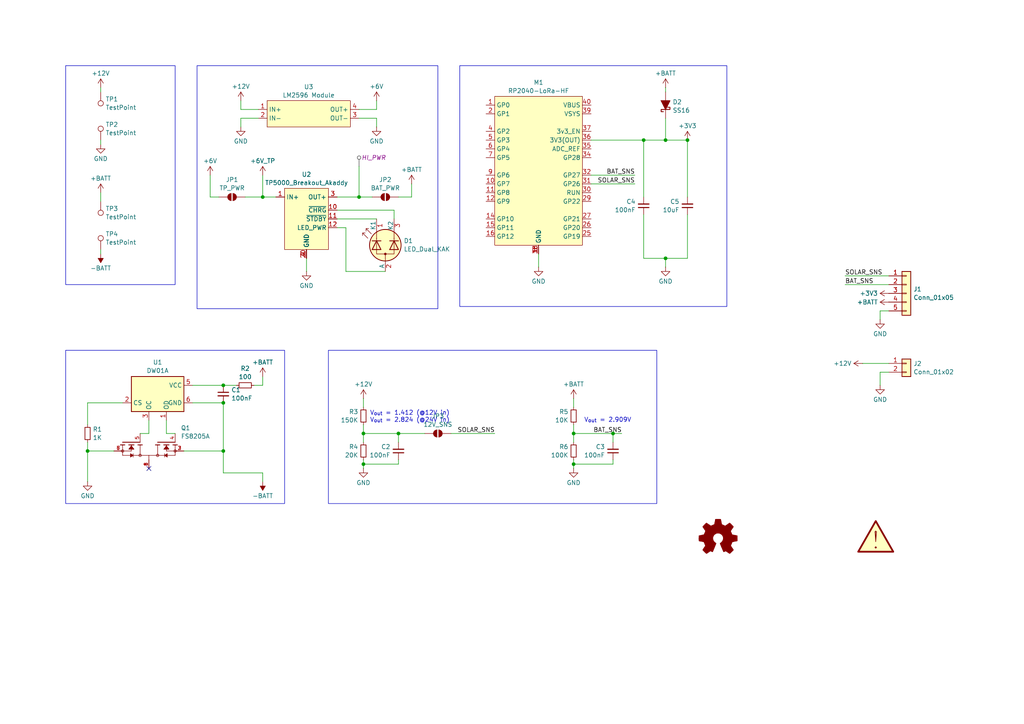
<source format=kicad_sch>
(kicad_sch (version 20231120) (generator "eeschema") (generator_version "8.0")
  (paper "A4")
  (lib_symbols
    (symbol "Ar_Modules:Module_LM2596"
      (property "Reference" "U" (at -10.16 5.08 0))
      (property "Value" "LM2596 Module" (at 5.08 -5.08 0))
      (symbol "Module_LM2596_0_0"
        (pin power_in line (at -13.97 1.27 0) (length 2.54) (name "IN+") (number "1"))
        (pin power_in line (at -13.97 -1.27 0) (length 2.54) (name "IN-") (number "2"))
        (pin power_out line (at 15.24 -1.27 180) (length 2.54) (name "OUT-") (number "3"))
        (pin power_out line (at 15.24 1.27 180) (length 2.54) (name "OUT+") (number "4"))
      )
      (symbol "Module_LM2596_1_1"
        (rectangle (start -11.43 3.81) (end 12.7 -3.81) (fill (type background)))
      )
    )
    (symbol "Battery_Management:DW01A"
      (property "Reference" "U" (at -6.604 6.35 0))
      (property "Value" "DW01A" (at 4.318 6.604 0))
      (symbol "DW01A_0_1"
        (pin output line (at -2.54 -7.62 90) (length 2.54) (name "OD") (number "1"))
        (pin input line (at 10.16 -2.54 180) (length 2.54) (name "CS") (number "2"))
        (pin output line (at 2.54 -7.62 90) (length 2.54) (name "OC") (number "3"))
        (pin power_in line (at -10.16 2.54 0) (length 2.54) (name "VCC") (number "5"))
        (pin power_in line (at -10.16 -2.54 0) (length 2.54) (name "GND") (number "6"))
      )
      (symbol "DW01A_1_1"
        (rectangle (start -7.62 5.08) (end 7.62 -5.08) (stroke (width 0.254)) (fill (type background)))
        (pin no_connect line (at 10.16 2.54 180) (length 2.54) hide (name "TD") (number "4"))
      )
    )
    (symbol "Connector:TestPoint" (pin_numbers hide) (pin_names (offset 0.762) hide)
      (property "Reference" "TP" (at 0 6.858 0))
      (property "Value" "TestPoint" (at 0 5.08 0))
      (symbol "TestPoint_0_1"
        (circle (center 0 3.302) (radius 0.762))
      )
      (symbol "TestPoint_1_1"
        (pin passive line (at 0 0 90) (length 2.54) (name "1") (number "1"))
      )
    )
    (symbol "Connector_Generic:Conn_01x02" (pin_names (offset 1.016) hide)
      (property "Reference" "J" (at 0 2.54 0))
      (property "Value" "Conn_01x02" (at 0 -5.08 0))
      (symbol "Conn_01x02_1_1"
        (rectangle (start -1.27 -2.413) (end 0 -2.667) (stroke (width 0.1524)))
        (rectangle (start -1.27 0.127) (end 0 -0.127) (stroke (width 0.1524)))
        (rectangle (start -1.27 1.27) (end 1.27 -3.81) (stroke (width 0.254)) (fill (type background)))
        (pin passive line (at -5.08 0 0) (length 3.81) (name "Pin_1") (number "1"))
        (pin passive line (at -5.08 -2.54 0) (length 3.81) (name "Pin_2") (number "2"))
      )
    )
    (symbol "Connector_Generic:Conn_01x05" (pin_names (offset 1.016) hide)
      (property "Reference" "J" (at 0 7.62 0))
      (property "Value" "Conn_01x05" (at 0 -7.62 0))
      (symbol "Conn_01x05_1_1"
        (rectangle (start -1.27 -4.953) (end 0 -5.207) (stroke (width 0.1524)))
        (rectangle (start -1.27 -2.413) (end 0 -2.667) (stroke (width 0.1524)))
        (rectangle (start -1.27 0.127) (end 0 -0.127) (stroke (width 0.1524)))
        (rectangle (start -1.27 2.667) (end 0 2.413) (stroke (width 0.1524)))
        (rectangle (start -1.27 5.207) (end 0 4.953) (stroke (width 0.1524)))
        (rectangle (start -1.27 6.35) (end 1.27 -6.35) (stroke (width 0.254)) (fill (type background)))
        (pin passive line (at -5.08 5.08 0) (length 3.81) (name "Pin_1") (number "1"))
        (pin passive line (at -5.08 2.54 0) (length 3.81) (name "Pin_2") (number "2"))
        (pin passive line (at -5.08 0 0) (length 3.81) (name "Pin_3") (number "3"))
        (pin passive line (at -5.08 -2.54 0) (length 3.81) (name "Pin_4") (number "4"))
        (pin passive line (at -5.08 -5.08 0) (length 3.81) (name "Pin_5") (number "5"))
      )
    )
    (symbol "Device:C_Small" (pin_numbers hide) (pin_names (offset 0.254) hide)
      (property "Reference" "C" (at 0.254 1.778 0))
      (property "Value" "C_Small" (at 0.254 -2.032 0))
      (symbol "C_Small_0_1"
        (polyline (pts (xy -1.524 -0.508) (xy 1.524 -0.508)) (stroke (width 0.3302)))
        (polyline (pts (xy -1.524 0.508) (xy 1.524 0.508)) (stroke (width 0.3048)))
      )
      (symbol "C_Small_1_1"
        (pin passive line (at 0 2.54 270) (length 2.032) (name "~") (number "1"))
        (pin passive line (at 0 -2.54 90) (length 2.032) (name "~") (number "2"))
      )
    )
    (symbol "Device:LED_Dual_KAK" (pin_names (offset 0))
      (property "Reference" "D" (at 0 5.715 0))
      (property "Value" "LED_Dual_KAK" (at 0 -6.35 0))
      (symbol "LED_Dual_KAK_0_1"
        (circle (center -2.54 0) (radius 0.2794) (fill (type outline)))
        (polyline (pts (xy -4.572 0) (xy -2.54 0)))
        (polyline (pts (xy 1.27 -1.27) (xy 1.27 -3.81)) (stroke (width 0.254)))
        (polyline (pts (xy 1.27 3.81) (xy 1.27 1.27)) (stroke (width 0.254)))
        (polyline (pts (xy 3.81 -2.54) (xy 1.905 -2.54)))
        (polyline (pts (xy 3.81 2.54) (xy 1.905 2.54)))
        (polyline (pts (xy -1.27 -1.27) (xy -1.27 -3.81) (xy 1.27 -2.54) (xy -1.27 -1.27)) (stroke (width 0.254)))
        (polyline (pts (xy -1.27 3.81) (xy -1.27 1.27) (xy 1.27 2.54) (xy -1.27 3.81)) (stroke (width 0.254)))
        (polyline (pts (xy 2.032 2.54) (xy -2.54 2.54) (xy -2.54 -2.54) (xy 2.032 -2.54)))
        (polyline (pts (xy 2.032 5.08) (xy 3.556 6.604) (xy 2.794 6.604) (xy 3.556 6.604) (xy 3.556 5.842)))
        (polyline (pts (xy 3.302 4.064) (xy 4.826 5.588) (xy 4.064 5.588) (xy 4.826 5.588) (xy 4.826 4.826)))
        (circle (center 0 0) (radius 4.572) (stroke (width 0.254)) (fill (type background)))
      )
      (symbol "LED_Dual_KAK_1_1"
        (pin input line (at 7.62 2.54 180) (length 3.81) (name "K1") (number "1"))
        (pin input line (at -7.62 0 0) (length 3.048) (name "A") (number "2"))
        (pin input line (at 7.62 -2.54 180) (length 3.81) (name "K2") (number "3"))
      )
    )
    (symbol "Device:R_Small" (pin_numbers hide) (pin_names (offset 0.254) hide)
      (property "Reference" "R" (at 0.762 0.508 0))
      (property "Value" "R_Small" (at 0.762 -1.016 0))
      (symbol "R_Small_0_1"
        (rectangle (start -0.762 1.778) (end 0.762 -1.778) (stroke (width 0.2032)))
      )
      (symbol "R_Small_1_1"
        (pin passive line (at 0 2.54 270) (length 0.762) (name "~") (number "1"))
        (pin passive line (at 0 -2.54 90) (length 0.762) (name "~") (number "2"))
      )
    )
    (symbol "Graphic:Exclaimation" (on_board no)
      (symbol "Exclaimation_0_1"
        (polyline (pts (xy -5.08 -5.08) (xy 5.08 -5.08) (xy 0 3.81) (xy -5.08 -5.08)) (stroke (width 0.508)) (fill (type background)))
      )
      (symbol "Exclaimation_1_1"
        (text "!" (at 0 -1.778 0) (effects (font (size 5 5))))
      )
    )
    (symbol "Graphic:Logo_Open_Hardware_Small" (in_bom no) (on_board no)
      (symbol "Logo_Open_Hardware_Small_0_1"
        (polyline (pts (xy 3.3528 -4.3434) (xy 3.302 -4.318) (xy 3.175 -4.2418) (xy 2.9972 -4.1148) (xy 2.7686 -3.9624) (xy 2.54 -3.81) (xy 2.3622 -3.7084) (xy 2.2352 -3.6068) (xy 2.1844 -3.5814) (xy 2.159 -3.6068) (xy 2.0574 -3.6576) (xy 1.905 -3.7338) (xy 1.8034 -3.7846) (xy 1.6764 -3.8354) (xy 1.6002 -3.8354) (xy 1.6002 -3.8354) (xy 1.5494 -3.7338) (xy 1.4732 -3.5306) (xy 1.3462 -3.302) (xy 1.2446 -3.0226) (xy 1.1176 -2.7178) (xy 0.9652 -2.413) (xy 0.8636 -2.1082) (xy 0.7366 -1.8288) (xy 0.6604 -1.6256) (xy 0.6096 -1.4732) (xy 0.5842 -1.397) (xy 0.5842 -1.397) (xy 0.6604 -1.3208) (xy 0.7874 -1.2446) (xy 1.0414 -1.016) (xy 1.2954 -0.6858) (xy 1.4478 -0.3302) (xy 1.524 0.0762) (xy 1.4732 0.4572) (xy 1.3208 0.8128) (xy 1.0668 1.143) (xy 0.762 1.3716) (xy 0.4064 1.524) (xy 0 1.5748) (xy -0.381 1.5494) (xy -0.7366 1.397) (xy -1.0668 1.143) (xy -1.2192 0.9906) (xy -1.397 0.6604) (xy -1.524 0.3048) (xy -1.524 0.2286) (xy -1.4986 -0.1778) (xy -1.397 -0.5334) (xy -1.1938 -0.8636) (xy -0.9144 -1.143) (xy -0.8636 -1.1684) (xy -0.7366 -1.27) (xy -0.635 -1.3462) (xy -0.5842 -1.397) (xy -1.0668 -2.5908) (xy -1.143 -2.794) (xy -1.2954 -3.1242) (xy -1.397 -3.4036) (xy -1.4986 -3.6322) (xy -1.5748 -3.7846) (xy -1.6002 -3.8354) (xy -1.6002 -3.8354) (xy -1.651 -3.8354) (xy -1.7272 -3.81) (xy -1.905 -3.7338) (xy -2.0066 -3.683) (xy -2.1336 -3.6068) (xy -2.2098 -3.5814) (xy -2.2606 -3.6068) (xy -2.3622 -3.683) (xy -2.54 -3.81) (xy -2.7686 -3.9624) (xy -2.9718 -4.0894) (xy -3.1496 -4.2164) (xy -3.302 -4.318) (xy -3.3528 -4.3434) (xy -3.3782 -4.3434) (xy -3.429 -4.318) (xy -3.5306 -4.2164) (xy -3.7084 -4.064) (xy -3.937 -3.8354) (xy -3.9624 -3.81) (xy -4.1656 -3.6068) (xy -4.318 -3.4544) (xy -4.4196 -3.3274) (xy -4.445 -3.2766) (xy -4.445 -3.2766) (xy -4.4196 -3.2258) (xy -4.318 -3.0734) (xy -4.2164 -2.8956) (xy -4.064 -2.667) (xy -3.6576 -2.0828) (xy -3.8862 -1.5494) (xy -3.937 -1.3716) (xy -4.0386 -1.1684) (xy -4.0894 -1.0414) (xy -4.1148 -0.9652) (xy -4.191 -0.9398) (xy -4.318 -0.9144) (xy -4.5466 -0.8636) (xy -4.8006 -0.8128) (xy -5.0546 -0.7874) (xy -5.2578 -0.7366) (xy -5.4356 -0.7112) (xy -5.5118 -0.6858) (xy -5.5118 -0.6858) (xy -5.5372 -0.635) (xy -5.5372 -0.5588) (xy -5.5372 -0.4318) (xy -5.5626 -0.2286) (xy -5.5626 0.0762) (xy -5.5626 0.127) (xy -5.5372 0.4064) (xy -5.5372 0.635) (xy -5.5372 0.762) (xy -5.5372 0.8382) (xy -5.5372 0.8382) (xy -5.461 0.8382) (xy -5.3086 0.889) (xy -5.08 0.9144) (xy -4.826 0.9652) (xy -4.8006 0.9906) (xy -4.5466 1.0414) (xy -4.318 1.0668) (xy -4.1656 1.1176) (xy -4.0894 1.143) (xy -4.0894 1.143) (xy -4.0386 1.2446) (xy -3.9624 1.4224) (xy -3.8608 1.6256) (xy -3.7846 1.8288) (xy -3.7084 2.0066) (xy -3.6576 2.159) (xy -3.6322 2.2098) (xy -3.6322 2.2098) (xy -3.683 2.286) (xy -3.7592 2.413) (xy -3.8862 2.5908) (xy -4.064 2.8194) (xy -4.064 2.8448) (xy -4.2164 3.0734) (xy -4.3434 3.2512) (xy -4.4196 3.3782) (xy -4.445 3.4544) (xy -4.445 3.4544) (xy -4.3942 3.5052) (xy -4.2926 3.6322) (xy -4.1148 3.81) (xy -3.937 4.0132) (xy -3.8608 4.064) (xy -3.6576 4.2926) (xy -3.5052 4.4196) (xy -3.4036 4.4958) (xy -3.3528 4.5212) (xy -3.3528 4.5212) (xy -3.302 4.4704) (xy -3.1496 4.3688) (xy -2.9718 4.2418) (xy -2.7432 4.0894) (xy -2.7178 4.0894) (xy -2.4892 3.937) (xy -2.3114 3.81) (xy -2.1844 3.7084) (xy -2.1336 3.683) (xy -2.1082 3.683) (xy -2.032 3.7084) (xy -1.8542 3.7592) (xy -1.6764 3.8354) (xy -1.4732 3.937) (xy -1.27 4.0132) (xy -1.143 4.064) (xy -1.0668 4.1148) (xy -1.0668 4.1148) (xy -1.0414 4.191) (xy -1.016 4.3434) (xy -0.9652 4.572) (xy -0.9144 4.8514) (xy -0.889 4.9022) (xy -0.8382 5.1562) (xy -0.8128 5.3848) (xy -0.7874 5.5372) (xy -0.762 5.588) (xy -0.7112 5.6134) (xy -0.5842 5.6134) (xy -0.4064 5.6134) (xy -0.1524 5.6134) (xy 0.0762 5.6134) (xy 0.3302 5.6134) (xy 0.5334 5.6134) (xy 0.6858 5.588) (xy 0.7366 5.588) (xy 0.7366 5.588) (xy 0.762 5.5118) (xy 0.8128 5.334) (xy 0.8382 5.1054) (xy 0.9144 4.826) (xy 0.9144 4.7752) (xy 0.9652 4.5212) (xy 1.016 4.2926) (xy 1.0414 4.1402) (xy 1.0668 4.0894) (xy 1.0668 4.0894) (xy 1.1938 4.0386) (xy 1.3716 3.9624) (xy 1.5748 3.8608) (xy 2.0828 3.6576) (xy 2.7178 4.0894) (xy 2.7686 4.1402) (xy 2.9972 4.2926) (xy 3.175 4.4196) (xy 3.302 4.4958) (xy 3.3782 4.5212) (xy 3.3782 4.5212) (xy 3.429 4.4704) (xy 3.556 4.3434) (xy 3.7338 4.191) (xy 3.9116 3.9878) (xy 4.064 3.8354) (xy 4.2418 3.6576) (xy 4.3434 3.556) (xy 4.4196 3.4798) (xy 4.4196 3.429) (xy 4.4196 3.4036) (xy 4.3942 3.3274) (xy 4.2926 3.2004) (xy 4.1656 2.9972) (xy 4.0132 2.794) (xy 3.8862 2.5908) (xy 3.7592 2.3876) (xy 3.6576 2.2352) (xy 3.6322 2.159) (xy 3.6322 2.1336) (xy 3.683 2.0066) (xy 3.7592 1.8288) (xy 3.8608 1.6002) (xy 4.064 1.1176) (xy 4.3942 1.0414) (xy 4.5974 1.016) (xy 4.8768 0.9652) (xy 5.1308 0.9144) (xy 5.5372 0.8382) (xy 5.5626 -0.6604) (xy 5.4864 -0.6858) (xy 5.4356 -0.6858) (xy 5.2832 -0.7366) (xy 5.0546 -0.762) (xy 4.8006 -0.8128) (xy 4.5974 -0.8636) (xy 4.3688 -0.9144) (xy 4.2164 -0.9398) (xy 4.1402 -0.9398) (xy 4.1148 -0.9652) (xy 4.064 -1.0668) (xy 3.9878 -1.2446) (xy 3.9116 -1.4478) (xy 3.81 -1.651) (xy 3.7338 -1.8542) (xy 3.683 -2.0066) (xy 3.6576 -2.0828) (xy 3.683 -2.1336) (xy 3.7846 -2.2606) (xy 3.8862 -2.4638) (xy 4.0386 -2.667) (xy 4.191 -2.8956) (xy 4.318 -3.0734) (xy 4.3942 -3.2004) (xy 4.445 -3.2766) (xy 4.4196 -3.3274) (xy 4.3434 -3.429) (xy 4.1656 -3.5814) (xy 3.937 -3.8354) (xy 3.8862 -3.8608) (xy 3.683 -4.064) (xy 3.5306 -4.2164) (xy 3.4036 -4.318) (xy 3.3528 -4.3434)) (fill (type outline)))
      )
    )
    (symbol "Jumper:SolderJumper_2_Open" (pin_numbers hide) (pin_names (offset 0) hide) (exclude_from_sim yes) (in_bom no)
      (property "Reference" "JP" (at 0 2.032 0))
      (property "Value" "SolderJumper_2_Open" (at 0 -2.54 0))
      (symbol "SolderJumper_2_Open_0_1"
        (arc (start -0.254 1.016) (mid -1.2656 0) (end -0.254 -1.016))
        (arc (start -0.254 1.016) (mid -1.2656 0) (end -0.254 -1.016) (fill (type outline)))
        (polyline (pts (xy -0.254 1.016) (xy -0.254 -1.016)))
        (polyline (pts (xy 0.254 1.016) (xy 0.254 -1.016)))
        (arc (start 0.254 -1.016) (mid 1.2656 0) (end 0.254 1.016))
        (arc (start 0.254 -1.016) (mid 1.2656 0) (end 0.254 1.016) (fill (type outline)))
      )
      (symbol "SolderJumper_2_Open_1_1"
        (pin passive line (at -3.81 0 0) (length 2.54) (name "A") (number "1"))
        (pin passive line (at 3.81 0 180) (length 2.54) (name "B") (number "2"))
      )
    )
    (symbol "PCM_Diode_Schottky_AKL:SS16" (pin_numbers hide) (pin_names (offset 1.016) hide)
      (property "Reference" "D" (at 0 5.08 0))
      (property "Value" "SS16" (at 0 2.54 0))
      (symbol "SS16_0_1"
        (polyline (pts (xy -1.27 0) (xy 1.27 0)))
        (polyline (pts (xy -1.27 -1.27) (xy -1.27 1.27) (xy 1.27 0) (xy -1.27 -1.27)) (stroke (width 0.254)) (fill (type outline)))
        (polyline (pts (xy 1.905 -0.635) (xy 1.905 -1.27) (xy 1.27 -1.27) (xy 1.27 1.27) (xy 0.635 1.27) (xy 0.635 0.635)) (stroke (width 0.254)))
      )
      (symbol "SS16_1_1"
        (pin passive line (at 3.81 0 180) (length 2.54) (name "K") (number "1"))
        (pin passive line (at -3.81 0 0) (length 2.54) (name "A") (number "2"))
      )
    )
    (symbol "STS_Battery_Management:TP5000_Breakout_Akaddy"
      (property "Reference" "U" (at 6.35 5.08 0))
      (property "Value" "TP5000_Breakout_Akaddy" (at 6.35 2.54 0))
      (symbol "TP5000_Breakout_Akaddy_0_1"
        (rectangle (start 0 0) (end 12.7 -17.78) (fill (type background)))
      )
      (symbol "TP5000_Breakout_Akaddy_1_1"
        (pin power_in line (at -2.54 -2.54 0) (length 2.54) (name "IN+") (number "1"))
        (pin input line (at 15.24 -6.35 180) (length 2.54) (name "~{CHRG}") (number "10"))
        (pin input line (at 15.24 -8.89 180) (length 2.54) (name "~{STDBY}") (number "11"))
        (pin unspecified line (at 15.24 -11.43 180) (length 2.54) (name "LED_PWR") (number "12"))
        (pin passive line (at 6.35 -20.32 90) (length 2.54) (name "GND") (number "2"))
        (pin passive line (at 6.35 -20.32 90) (length 2.54) (name "GND") (number "20"))
        (pin power_out line (at 15.24 -2.54 180) (length 2.54) (name "OUT+") (number "3"))
        (pin passive line (at 6.35 -20.32 90) (length 2.54) (name "GND") (number "4"))
      )
    )
    (symbol "easyeda2kicad:FS8205A" (pin_names (offset 1.016))
      (property "Reference" "Q" (at -11.43 7.62 0))
      (property "Value" "FS8205A" (at -11.43 -12.7 0))
      (symbol "FS8205A_0_0"
        (circle (center 0 -7.62) (radius 0.3592))
        (polyline (pts (xy -2.54 -2.54) (xy -2.54 -7.62)) (stroke (width 0.254)))
        (polyline (pts (xy -2.54 7.62) (xy -2.54 2.54)) (stroke (width 0.254)))
        (polyline (pts (xy -1.778 -7.62) (xy -1.778 -8.255)) (stroke (width 0.254)))
        (polyline (pts (xy -1.778 -6.985) (xy -1.778 -7.62)) (stroke (width 0.254)))
        (polyline (pts (xy -1.778 -5.08) (xy -1.778 -5.842)) (stroke (width 0.254)))
        (polyline (pts (xy -1.778 -5.08) (xy 0 -5.08)) (stroke (width 0.1524)))
        (polyline (pts (xy -1.778 -4.318) (xy -1.778 -5.08)) (stroke (width 0.254)))
        (polyline (pts (xy -1.778 -2.54) (xy -1.778 -3.175)) (stroke (width 0.254)))
        (polyline (pts (xy -1.778 -2.54) (xy 1.27 -2.54)) (stroke (width 0.1524)))
        (polyline (pts (xy -1.778 -1.905) (xy -1.778 -2.54)) (stroke (width 0.254)))
        (polyline (pts (xy -1.778 2.54) (xy -1.778 1.905)) (stroke (width 0.254)))
        (polyline (pts (xy -1.778 3.175) (xy -1.778 2.54)) (stroke (width 0.254)))
        (polyline (pts (xy -1.778 5.08) (xy -1.778 4.318)) (stroke (width 0.254)))
        (polyline (pts (xy -1.778 5.08) (xy 0 5.08)) (stroke (width 0.1524)))
        (polyline (pts (xy -1.778 5.842) (xy -1.778 5.08)) (stroke (width 0.254)))
        (polyline (pts (xy -1.778 7.62) (xy -1.778 6.985)) (stroke (width 0.254)))
        (polyline (pts (xy -1.778 7.62) (xy 1.27 7.62)) (stroke (width 0.1524)))
        (polyline (pts (xy -1.778 8.255) (xy -1.778 7.62)) (stroke (width 0.254)))
        (polyline (pts (xy 0 -7.62) (xy -1.778 -7.62)) (stroke (width 0.1524)))
        (polyline (pts (xy 0 -7.62) (xy 1.27 -7.62)) (stroke (width 0.1524)))
        (polyline (pts (xy 0 -5.08) (xy 0 -7.62)) (stroke (width 0.1524)))
        (polyline (pts (xy 0 7.62) (xy 0 5.08)) (stroke (width 0.1524)))
        (polyline (pts (xy 0.762 4.572) (xy 1.27 4.572)) (stroke (width 0.1524)))
        (polyline (pts (xy 1.27 -4.572) (xy 0.762 -4.572)) (stroke (width 0.1524)))
        (polyline (pts (xy 1.27 -4.572) (xy 1.27 -7.62)) (stroke (width 0.1524)))
        (polyline (pts (xy 1.27 -2.54) (xy 1.27 -4.572)) (stroke (width 0.1524)))
        (polyline (pts (xy 1.27 -2.54) (xy 1.27 0)) (stroke (width 0.1524)))
        (polyline (pts (xy 1.27 0) (xy 1.27 2.54)) (stroke (width 0.1524)))
        (polyline (pts (xy 1.27 0) (xy 2.54 0)) (stroke (width 0.1524)))
        (polyline (pts (xy 1.27 2.54) (xy -1.778 2.54)) (stroke (width 0.1524)))
        (polyline (pts (xy 1.27 2.54) (xy 1.27 4.572)) (stroke (width 0.1524)))
        (polyline (pts (xy 1.27 4.572) (xy 1.27 7.62)) (stroke (width 0.1524)))
        (polyline (pts (xy 1.27 4.572) (xy 1.778 4.572)) (stroke (width 0.1524)))
        (polyline (pts (xy 1.778 -4.572) (xy 1.27 -4.572)) (stroke (width 0.1524)))
        (polyline (pts (xy -1.524 -5.08) (xy -0.508 -4.318) (xy -0.508 -5.842) (xy -1.524 -5.08)) (stroke (width 0.1524)) (fill (type outline)))
        (polyline (pts (xy -1.524 5.08) (xy -0.508 5.842) (xy -0.508 4.318) (xy -1.524 5.08)) (stroke (width 0.1524)) (fill (type outline)))
        (polyline (pts (xy 1.27 -4.572) (xy 0.762 -5.334) (xy 1.778 -5.334) (xy 1.27 -4.572)) (stroke (width 0.1524)) (fill (type outline)))
        (polyline (pts (xy 1.27 4.572) (xy 1.778 5.334) (xy 0.762 5.334) (xy 1.27 4.572)) (stroke (width 0.1524)) (fill (type outline)))
        (circle (center 0 7.62) (radius 0.3592))
        (circle (center 1.27 -2.54) (radius 0.3592))
        (circle (center 1.27 2.54) (radius 0.3592))
        (pin passive line (at 5.08 0 180) (length 2.54) (name "~") (number "1"))
        (pin passive line (at 0 -10.16 90) (length 2.54) (name "~") (number "2"))
        (pin passive line (at 0 -10.16 90) (length 2.54) (name "~") (number "3"))
        (pin passive line (at -5.08 -7.62 0) (length 2.54) (name "~") (number "4"))
        (pin passive line (at -5.08 2.54 0) (length 2.54) (name "~") (number "5"))
        (pin passive line (at 0 10.16 270) (length 2.54) (name "~") (number "6"))
        (pin passive line (at 0 10.16 270) (length 2.54) (name "~") (number "7"))
        (pin passive line (at 5.08 0 180) (length 2.54) (name "~") (number "8"))
      )
    )
    (symbol "easyeda2kicad:RP2040-LoRa"
      (property "Reference" "M" (at 7.112 -24.384 0))
      (symbol "RP2040-LoRa_1_1"
        (rectangle (start -12.7 21.59) (end 12.7 -21.59) (fill (type background)))
        (pin input line (at -15.24 19.05 0) (length 2.54) (name "GP0") (number "1"))
        (pin input line (at -15.24 -3.81 0) (length 2.54) (name "GP7") (number "10"))
        (pin input line (at -15.24 -6.35 0) (length 2.54) (name "GP8") (number "11"))
        (pin input line (at -15.24 -8.89 0) (length 2.54) (name "GP9") (number "12"))
        (pin input line (at 0 -24.13 90) (length 2.54) (name "GND") (number "13"))
        (pin input line (at -15.24 -13.97 0) (length 2.54) (name "GP10") (number "14"))
        (pin input line (at -15.24 -16.51 0) (length 2.54) (name "GP11") (number "15"))
        (pin input line (at -15.24 -19.05 0) (length 2.54) (name "GP12") (number "16"))
        (pin input line (at -15.24 16.51 0) (length 2.54) (name "GP1") (number "2"))
        (pin input line (at 15.24 -19.05 180) (length 2.54) (name "GP19") (number "25"))
        (pin input line (at 15.24 -16.51 180) (length 2.54) (name "GP20") (number "26"))
        (pin input line (at 15.24 -13.97 180) (length 2.54) (name "GP21") (number "27"))
        (pin input line (at 0 -24.13 90) (length 2.54) hide (name "GND") (number "28"))
        (pin input line (at 15.24 -8.89 180) (length 2.54) (name "GP22") (number "29"))
        (pin input line (at 0 -24.13 90) (length 2.54) hide (name "GND") (number "3"))
        (pin input line (at 15.24 -6.35 180) (length 2.54) (name "RUN") (number "30"))
        (pin input line (at 15.24 -3.81 180) (length 2.54) (name "GP26") (number "31"))
        (pin input line (at 15.24 -1.27 180) (length 2.54) (name "GP27") (number "32"))
        (pin input line (at 0 -24.13 90) (length 2.54) hide (name "GND") (number "33"))
        (pin input line (at 15.24 3.81 180) (length 2.54) (name "GP28") (number "34"))
        (pin input line (at 15.24 6.35 180) (length 2.54) (name "ADC_REF") (number "35"))
        (pin input line (at 15.24 8.89 180) (length 2.54) (name "3V3(OUT)") (number "36"))
        (pin input line (at 15.24 11.43 180) (length 2.54) (name "3v3_EN") (number "37"))
        (pin input line (at 0 -24.13 90) (length 2.54) (name "GND") (number "38"))
        (pin input line (at 15.24 16.51 180) (length 2.54) (name "VSYS") (number "39"))
        (pin input line (at -15.24 11.43 0) (length 2.54) (name "GP2") (number "4"))
        (pin input line (at 15.24 19.05 180) (length 2.54) (name "VBUS") (number "40"))
        (pin input line (at -15.24 8.89 0) (length 2.54) (name "GP3") (number "5"))
        (pin input line (at -15.24 6.35 0) (length 2.54) (name "GP4") (number "6"))
        (pin input line (at -15.24 3.81 0) (length 2.54) (name "GP5") (number "7"))
        (pin input line (at 0 -24.13 90) (length 2.54) (name "GND") (number "8"))
        (pin input line (at -15.24 -1.27 0) (length 2.54) (name "GP6") (number "9"))
      )
    )
    (symbol "power:+12V" (power) (pin_numbers hide) (pin_names (offset 0) hide)
      (property "Value" "+12V" (at 0 3.556 0))
      (symbol "+12V_0_1"
        (polyline (pts (xy -0.762 1.27) (xy 0 2.54)))
        (polyline (pts (xy 0 0) (xy 0 2.54)))
        (polyline (pts (xy 0 2.54) (xy 0.762 1.27)))
      )
      (symbol "+12V_1_1"
        (pin power_in line (at 0 0 90) (length 0) (name "~") (number "1"))
      )
    )
    (symbol "power:+3V3" (power) (pin_numbers hide) (pin_names (offset 0) hide)
      (property "Value" "+3V3" (at 0 3.556 0))
      (symbol "+3V3_0_1"
        (polyline (pts (xy -0.762 1.27) (xy 0 2.54)))
        (polyline (pts (xy 0 0) (xy 0 2.54)))
        (polyline (pts (xy 0 2.54) (xy 0.762 1.27)))
      )
      (symbol "+3V3_1_1"
        (pin power_in line (at 0 0 90) (length 0) (name "~") (number "1"))
      )
    )
    (symbol "power:+6V" (power) (pin_numbers hide) (pin_names (offset 0) hide)
      (property "Value" "+6V" (at 0 3.556 0))
      (symbol "+6V_0_1"
        (polyline (pts (xy -0.762 1.27) (xy 0 2.54)))
        (polyline (pts (xy 0 0) (xy 0 2.54)))
        (polyline (pts (xy 0 2.54) (xy 0.762 1.27)))
      )
      (symbol "+6V_1_1"
        (pin power_in line (at 0 0 90) (length 0) (name "~") (number "1"))
      )
    )
    (symbol "power:+BATT" (power) (pin_numbers hide) (pin_names (offset 0) hide)
      (property "Value" "+BATT" (at 0 3.556 0))
      (symbol "+BATT_0_1"
        (polyline (pts (xy -0.762 1.27) (xy 0 2.54)))
        (polyline (pts (xy 0 0) (xy 0 2.54)))
        (polyline (pts (xy 0 2.54) (xy 0.762 1.27)))
      )
      (symbol "+BATT_1_1"
        (pin power_in line (at 0 0 90) (length 0) (name "~") (number "1"))
      )
    )
    (symbol "power:-BATT" (power) (pin_numbers hide) (pin_names (offset 0) hide)
      (property "Value" "-BATT" (at 0 3.556 0))
      (symbol "-BATT_0_1"
        (polyline (pts (xy 0 0) (xy 0 2.54)))
        (polyline (pts (xy 0.762 1.27) (xy -0.762 1.27) (xy 0 2.54) (xy 0.762 1.27)) (fill (type outline)))
      )
      (symbol "-BATT_1_1"
        (pin power_in line (at 0 0 90) (length 0) (name "~") (number "1"))
      )
    )
    (symbol "power:GND" (power) (pin_numbers hide) (pin_names (offset 0) hide)
      (property "Value" "GND" (at 0 -3.81 0))
      (symbol "GND_0_1"
        (polyline (pts (xy 0 0) (xy 0 -1.27) (xy 1.27 -1.27) (xy 0 -2.54) (xy -1.27 -1.27) (xy 0 -1.27)))
      )
      (symbol "GND_1_1"
        (pin power_in line (at 0 0 270) (length 0) (name "~") (number "1"))
      )
    )
  )
  (junction (at 64.77 130.81))
  (junction (at 25.4 130.81))
  (junction (at 193.04 74.93))
  (junction (at 166.37 125.73))
  (junction (at 186.69 40.64))
  (junction (at 199.39 40.64))
  (junction (at 193.04 40.64))
  (junction (at 105.41 134.62))
  (junction (at 177.8 125.73))
  (junction (at 64.77 111.76))
  (junction (at 104.14 57.15))
  (junction (at 105.41 125.73))
  (junction (at 76.2 57.15))
  (junction (at 64.77 116.84))
  (junction (at 166.37 134.62))
  (junction (at 115.57 125.73))
  (no_connect (at 43.18 135.89))
  (wire (pts (xy 255.27 92.71) (xy 255.27 90.17)))
  (wire (pts (xy 105.41 123.19) (xy 105.41 125.73)))
  (wire (pts (xy 166.37 133.35) (xy 166.37 134.62)))
  (wire (pts (xy 193.04 34.29) (xy 193.04 40.64)))
  (wire (pts (xy 97.79 60.96) (xy 114.3 60.96)))
  (wire (pts (xy 111.76 78.74) (xy 100.33 78.74)))
  (wire (pts (xy 104.14 48.26) (xy 104.14 57.15)))
  (wire (pts (xy 43.18 125.73) (xy 40.64 125.73)))
  (wire (pts (xy 255.27 90.17) (xy 257.81 90.17)))
  (wire (pts (xy 76.2 111.76) (xy 76.2 109.22)))
  (wire (pts (xy 76.2 111.76) (xy 73.66 111.76)))
  (wire (pts (xy 166.37 125.73) (xy 166.37 128.27)))
  (wire (pts (xy 76.2 57.15) (xy 80.01 57.15)))
  (wire (pts (xy 64.77 111.76) (xy 68.58 111.76)))
  (wire (pts (xy 25.4 130.81) (xy 25.4 128.27)))
  (wire (pts (xy 97.79 66.04) (xy 100.33 66.04)))
  (wire (pts (xy 250.19 105.41) (xy 257.81 105.41)))
  (wire (pts (xy 29.21 73.66) (xy 29.21 72.39)))
  (wire (pts (xy 105.41 125.73) (xy 115.57 125.73)))
  (wire (pts (xy 88.9 74.93) (xy 88.9 78.74)))
  (wire (pts (xy 115.57 57.15) (xy 119.38 57.15)))
  (wire (pts (xy 64.77 116.84) (xy 55.88 116.84)))
  (wire (pts (xy 69.85 36.83) (xy 69.85 34.29)))
  (wire (pts (xy 105.41 125.73) (xy 105.41 128.27)))
  (wire (pts (xy 255.27 111.76) (xy 255.27 107.95)))
  (wire (pts (xy 105.41 134.62) (xy 105.41 135.89)))
  (wire (pts (xy 64.77 137.16) (xy 64.77 130.81)))
  (wire (pts (xy 186.69 62.23) (xy 186.69 74.93)))
  (wire (pts (xy 166.37 134.62) (xy 177.8 134.62)))
  (wire (pts (xy 193.04 74.93) (xy 199.39 74.93)))
  (wire (pts (xy 60.96 50.8) (xy 60.96 57.15)))
  (wire (pts (xy 29.21 55.88) (xy 29.21 58.42)))
  (wire (pts (xy 186.69 40.64) (xy 193.04 40.64)))
  (wire (pts (xy 48.26 121.92) (xy 48.26 125.73)))
  (wire (pts (xy 171.45 53.34) (xy 184.15 53.34)))
  (wire (pts (xy 53.34 130.81) (xy 64.77 130.81)))
  (wire (pts (xy 193.04 40.64) (xy 199.39 40.64)))
  (wire (pts (xy 97.79 63.5) (xy 109.22 63.5)))
  (wire (pts (xy 76.2 137.16) (xy 64.77 137.16)))
  (wire (pts (xy 97.79 57.15) (xy 104.14 57.15)))
  (wire (pts (xy 64.77 130.81) (xy 64.77 116.84)))
  (wire (pts (xy 71.12 57.15) (xy 76.2 57.15)))
  (wire (pts (xy 114.3 60.96) (xy 114.3 63.5)))
  (wire (pts (xy 25.4 123.19) (xy 25.4 116.84)))
  (wire (pts (xy 119.38 53.34) (xy 119.38 57.15)))
  (wire (pts (xy 193.04 74.93) (xy 193.04 77.47)))
  (wire (pts (xy 199.39 40.64) (xy 199.39 57.15)))
  (wire (pts (xy 48.26 125.73) (xy 50.8 125.73)))
  (wire (pts (xy 130.81 125.73) (xy 143.51 125.73)))
  (wire (pts (xy 109.22 36.83) (xy 109.22 34.29)))
  (wire (pts (xy 76.2 137.16) (xy 76.2 139.7)))
  (wire (pts (xy 25.4 130.81) (xy 25.4 139.7)))
  (wire (pts (xy 64.77 111.76) (xy 55.88 111.76)))
  (wire (pts (xy 43.18 121.92) (xy 43.18 125.73)))
  (wire (pts (xy 63.5 57.15) (xy 60.96 57.15)))
  (wire (pts (xy 156.21 73.66) (xy 156.21 77.47)))
  (wire (pts (xy 177.8 125.73) (xy 180.34 125.73)))
  (wire (pts (xy 105.41 133.35) (xy 105.41 134.62)))
  (wire (pts (xy 177.8 125.73) (xy 177.8 128.27)))
  (wire (pts (xy 104.14 31.75) (xy 109.22 31.75)))
  (wire (pts (xy 29.21 26.67) (xy 29.21 25.4)))
  (wire (pts (xy 76.2 50.8) (xy 76.2 57.15)))
  (wire (pts (xy 69.85 29.21) (xy 69.85 31.75)))
  (wire (pts (xy 166.37 125.73) (xy 177.8 125.73)))
  (wire (pts (xy 186.69 40.64) (xy 186.69 57.15)))
  (wire (pts (xy 115.57 133.35) (xy 115.57 134.62)))
  (wire (pts (xy 177.8 133.35) (xy 177.8 134.62)))
  (wire (pts (xy 245.11 80.01) (xy 257.81 80.01)))
  (wire (pts (xy 115.57 125.73) (xy 115.57 128.27)))
  (wire (pts (xy 171.45 40.64) (xy 186.69 40.64)))
  (wire (pts (xy 100.33 78.74) (xy 100.33 66.04)))
  (wire (pts (xy 166.37 118.11) (xy 166.37 115.57)))
  (wire (pts (xy 109.22 34.29) (xy 104.14 34.29)))
  (wire (pts (xy 69.85 31.75) (xy 74.93 31.75)))
  (wire (pts (xy 115.57 125.73) (xy 123.19 125.73)))
  (wire (pts (xy 105.41 134.62) (xy 115.57 134.62)))
  (wire (pts (xy 166.37 134.62) (xy 166.37 135.89)))
  (wire (pts (xy 105.41 118.11) (xy 105.41 115.57)))
  (wire (pts (xy 199.39 74.93) (xy 199.39 62.23)))
  (wire (pts (xy 25.4 130.81) (xy 33.02 130.81)))
  (wire (pts (xy 104.14 57.15) (xy 107.95 57.15)))
  (wire (pts (xy 193.04 25.4) (xy 193.04 26.67)))
  (wire (pts (xy 186.69 74.93) (xy 193.04 74.93)))
  (wire (pts (xy 29.21 40.64) (xy 29.21 41.91)))
  (wire (pts (xy 245.11 82.55) (xy 257.81 82.55)))
  (wire (pts (xy 171.45 50.8) (xy 184.15 50.8)))
  (wire (pts (xy 25.4 116.84) (xy 35.56 116.84)))
  (wire (pts (xy 166.37 123.19) (xy 166.37 125.73)))
  (wire (pts (xy 69.85 34.29) (xy 74.93 34.29)))
  (wire (pts (xy 255.27 107.95) (xy 257.81 107.95)))
  (wire (pts (xy 109.22 29.21) (xy 109.22 31.75)))
  (rectangle (start 19.05 19.05) (end 50.8 82.55))
  (rectangle (start 133.35 19.05) (end 210.82 88.9))
  (rectangle (start 95.25 101.6) (end 190.5 146.05))
  (rectangle (start 57.15 19.05) (end 127 89.535))
  (rectangle (start 19.05 101.6) (end 82.55 146.05))
  (text "V_{out} = 2.909V\n" (at 176.276 121.92 0) (effects (font (size 1.27 1.27))))
  (text "V_{out} = 1.412 (@12V in)\nV_{out} = 2.824 (@24V in)\n" (at 118.872 120.904 0) (effects (font (size 1.27 1.27))))
  (label "SOLAR_SNS" (at 184.15 53.34 180))
  (label "SOLAR_SNS" (at 143.51 125.73 180))
  (label "BAT_SNS" (at 180.34 125.73 180))
  (label "BAT_SNS" (at 245.11 82.55 0))
  (label "BAT_SNS" (at 184.15 50.8 180))
  (label "SOLAR_SNS" (at 245.11 80.01 0))
  (netclass_flag "" (length 2.54) (shape round) (at 104.14 48.26 0) (property "Netclass" "HI_PWR" (at 104.8385 45.72 0) (effects (font (italic yes)) (justify left))))
  (symbol (lib_id "power:+BATT") (at 193.04 25.4 0) (mirror y) (unit 1)
    (property "Reference" "#PWR021" (effects (hide yes)))
    (property "Value" "+BATT" (at 193.04 21.2669 0))
    (property "Description" "Power symbol creates a global label with name \"+BATT\"" (effects (hide yes)))
  )
  (symbol (lib_id "power:GND") (at 255.27 92.71 0) (unit 1)
    (property "Reference" "#PWR025" (effects (hide yes)))
    (property "Value" "GND" (at 255.27 96.8431 0))
    (property "Description" "Power symbol creates a global label with name \"GND\" , ground" (effects (hide yes)))
  )
  (symbol (lib_id "power:+12V") (at 105.41 115.57 0) (unit 1)
    (property "Reference" "#PWR013" (effects (hide yes)))
    (property "Value" "+12V" (at 105.41 111.4369 0))
    (property "Description" "Power symbol creates a global label with name \"+12V\"" (effects (hide yes)))
  )
  (symbol (lib_id "Jumper:SolderJumper_2_Open") (at 111.76 57.15 0) (unit 1) (exclude_from_sim yes) (in_bom no)
    (property "Reference" "JP2" (at 111.76 52.1165 0))
    (property "Value" "BAT_PWR" (at 111.76 54.5408 0))
    (property "Footprint" "PCM_Jumper_AKL:Jumper_P2.54mm_D1.2mm" (effects (hide yes)))
    (property "Description" "Solder Jumper, 2-pole, open" (effects (hide yes)))
  )
  (symbol (lib_id "Device:R_Small") (at 25.4 125.73 0) (mirror y) (unit 1)
    (property "Reference" "R1" (at 26.8986 124.5178 0) (effects (justify right)))
    (property "Value" "1K" (at 26.8986 126.9421 0) (effects (justify right)))
    (property "Footprint" "PCM_Resistor_SMD_AKL:R_0805_2012Metric" (effects (hide yes)))
    (property "Description" "Resistor, small symbol" (effects (hide yes)))
  )
  (symbol (lib_id "Device:C_Small") (at 115.57 130.81 0) (mirror x) (unit 1)
    (property "Reference" "C2" (at 113.246 129.5914 0) (effects (justify right)))
    (property "Value" "100nF" (at 113.246 132.0157 0) (effects (justify right)))
    (property "Footprint" "PCM_Capacitor_SMD_AKL:C_0805_2012Metric" (effects (hide yes)))
    (property "Description" "Unpolarized capacitor, small symbol" (effects (hide yes)))
  )
  (symbol (lib_id "power:+3V3") (at 199.39 40.64 0) (unit 1)
    (property "Reference" "#PWR023" (effects (hide yes)))
    (property "Value" "+3V3" (at 199.39 36.5069 0))
    (property "Description" "Power symbol creates a global label with name \"+3V3\"" (effects (hide yes)))
  )
  (symbol (lib_id "power:+12V") (at 29.21 25.4 0) (unit 1)
    (property "Reference" "#PWR02" (effects (hide yes)))
    (property "Value" "+12V" (at 29.21 21.2669 0))
    (property "Description" "Power symbol creates a global label with name \"+12V\"" (effects (hide yes)))
  )
  (symbol (lib_id "STS_Battery_Management:TP5000_Breakout_Akaddy") (at 82.55 54.61 0) (unit 1)
    (property "Reference" "U2" (at 88.9 50.5925 0))
    (property "Value" "TP5000_Breakout_Akaddy" (at 88.9 53.0168 0))
    (property "Footprint" "STS_Boards:TP5000_Breakout_Akaddy" (effects (hide yes)))
    (property "Datasheet" "http://toppwr.com/uploadfile/file/20230304/6402f877a1409.pdf" (effects (hide yes)))
  )
  (symbol (lib_id "power:-BATT") (at 76.2 139.7 0) (mirror x) (unit 1)
    (property "Reference" "#PWR011" (effects (hide yes)))
    (property "Value" "-BATT" (at 76.2 143.8331 0))
    (property "Description" "Power symbol creates a global label with name \"-BATT\"" (effects (hide yes)))
  )
  (symbol (lib_id "Device:LED_Dual_KAK") (at 111.76 71.12 90) (unit 1)
    (property "Reference" "D1" (at 117.094 69.8443 90) (effects (justify right)))
    (property "Value" "LED_Dual_KAK" (at 117.094 72.2686 90) (effects (justify right)))
    (property "Footprint" "LED_THT:LED_D3.0mm-3" (effects (hide yes)))
    (property "Description" "Dual LED, common anode on pin 2" (effects (hide yes)))
  )
  (symbol (lib_id "Device:R_Small") (at 166.37 120.65 0) (mirror x) (unit 1)
    (property "Reference" "R5" (at 164.8714 119.4378 0) (effects (justify right)))
    (property "Value" "10K" (at 164.8714 121.8621 0) (effects (justify right)))
    (property "Footprint" "PCM_Resistor_SMD_AKL:R_0805_2012Metric" (effects (hide yes)))
    (property "Description" "Resistor, small symbol" (effects (hide yes)))
  )
  (symbol (lib_id "easyeda2kicad:RP2040-LoRa") (at 156.21 49.53 0) (unit 1)
    (property "Reference" "M1" (at 156.21 23.9225 0))
    (property "Value" "RP2040-LoRa-HF" (at 156.21 26.3468 0))
    (property "Footprint" "easyeda2kicad:LCC-32_L41.0-W21.0-P2.54-BL_RP2040-LoRa" (effects (hide yes)))
    (property "Datasheet" "https://www.waveshare.com/wiki/RP2040-LoRa" (effects (hide yes)))
  )
  (symbol (lib_id "Device:R_Small") (at 166.37 130.81 0) (mirror x) (unit 1)
    (property "Reference" "R6" (at 164.8715 129.5978 0) (effects (justify right)))
    (property "Value" "100K" (at 164.8715 132.0221 0) (effects (justify right)))
    (property "Footprint" "PCM_Resistor_SMD_AKL:R_0805_2012Metric" (effects (hide yes)))
    (property "Description" "Resistor, small symbol" (effects (hide yes)))
  )
  (symbol (lib_id "Connector:TestPoint") (at 29.21 40.64 0) (unit 1)
    (property "Reference" "TP2" (at 30.607 36.1258 0) (effects (justify left)))
    (property "Value" "TestPoint" (at 30.607 38.5501 0) (effects (justify left)))
    (property "Footprint" "custom:SolderWire-0.25sqmm_1x01_D0.65mm_OD2mm_Relief" (effects (hide yes)))
    (property "Description" "test point" (effects (hide yes)))
  )
  (symbol (lib_id "easyeda2kicad:FS8205A") (at 43.18 130.81 90) (mirror x) (unit 1)
    (property "Reference" "Q1" (at 52.4511 124.1255 90) (effects (justify right)))
    (property "Value" "FS8205A" (at 52.4511 126.5498 90) (effects (justify right)))
    (property "Footprint" "PCM_Package_SO_AKL:TSSOP-8_4.4x3mm_P0.65mm" (effects (hide yes)))
    (property "Datasheet" "https://hubtronics.in/8205a-tssop8" (effects (hide yes)))
  )
  (symbol (lib_id "Connector:TestPoint") (at 29.21 26.67 180) (unit 1)
    (property "Reference" "TP1" (at 30.607 28.7598 0) (effects (justify right)))
    (property "Value" "TestPoint" (at 30.607 31.1841 0) (effects (justify right)))
    (property "Footprint" "custom:SolderWire-0.25sqmm_1x01_D0.65mm_OD2mm_Relief" (effects (hide yes)))
    (property "Description" "test point" (effects (hide yes)))
  )
  (symbol (lib_id "power:+6V") (at 76.2 50.8 0) (unit 1)
    (property "Reference" "#PWR09" (effects (hide yes)))
    (property "Value" "+6V_TP" (at 76.2 46.6669 0))
    (property "Description" "Power symbol creates a global label with name \"+6V\"" (effects (hide yes)))
  )
  (symbol (lib_id "power:GND") (at 25.4 139.7 0) (unit 1)
    (property "Reference" "#PWR01" (effects (hide yes)))
    (property "Value" "GND" (at 25.4 143.8331 0))
    (property "Description" "Power symbol creates a global label with name \"GND\" , ground" (effects (hide yes)))
  )
  (symbol (lib_id "Connector_Generic:Conn_01x02") (at 262.89 105.41 0) (unit 1)
    (property "Reference" "J2" (at 264.922 105.4678 0) (effects (justify left)))
    (property "Value" "Conn_01x02" (at 264.922 107.8921 0) (effects (justify left)))
    (property "Footprint" "Connector_PinSocket_2.54mm:PinSocket_1x02_P2.54mm_Vertical" (effects (hide yes)))
    (property "Description" "Generic connector, single row, 01x02, script generated (kicad-library-utils/schlib/autogen/connector/)" (effects (hide yes)))
  )
  (symbol (lib_id "Device:R_Small") (at 105.41 120.65 0) (mirror x) (unit 1)
    (property "Reference" "R3" (at 103.9115 119.4378 0) (effects (justify right)))
    (property "Value" "150K" (at 103.9115 121.8621 0) (effects (justify right)))
    (property "Footprint" "PCM_Resistor_SMD_AKL:R_0805_2012Metric" (effects (hide yes)))
    (property "Description" "Resistor, small symbol" (effects (hide yes)))
  )
  (symbol (lib_id "power:GND") (at 193.04 77.47 0) (unit 1)
    (property "Reference" "#PWR022" (effects (hide yes)))
    (property "Value" "GND" (at 193.04 81.6031 0))
    (property "Description" "Power symbol creates a global label with name \"GND\" , ground" (effects (hide yes)))
  )
  (symbol (lib_id "Connector_Generic:Conn_01x05") (at 262.89 85.09 0) (unit 1)
    (property "Reference" "J1" (at 264.922 83.8778 0) (effects (justify left)))
    (property "Value" "Conn_01x05" (at 264.922 86.3021 0) (effects (justify left)))
    (property "Footprint" "Connector_PinSocket_2.54mm:PinSocket_1x05_P2.54mm_Vertical" (effects (hide yes)))
    (property "Description" "Generic connector, single row, 01x05, script generated (kicad-library-utils/schlib/autogen/connector/)" (effects (hide yes)))
  )
  (symbol (lib_id "Graphic:Exclaimation") (at 254 154.94 0) (unit 1) (exclude_from_sim yes)
    (property "Reference" "SYM2" (effects (hide yes)))
    (property "Value" "Exclaimation" (effects (hide yes)))
    (property "Footprint" "Symbol:Symbol_Attention_Triangle_8x7mm_Copper" (effects (hide yes)))
    (property "Description" "Hot surface warning symbol, large" (effects (hide yes)))
  )
  (symbol (lib_id "Device:R_Small") (at 105.41 130.81 0) (mirror x) (unit 1)
    (property "Reference" "R4" (at 103.9114 129.5978 0) (effects (justify right)))
    (property "Value" "20K" (at 103.9114 132.0221 0) (effects (justify right)))
    (property "Footprint" "PCM_Resistor_SMD_AKL:R_0805_2012Metric" (effects (hide yes)))
    (property "Description" "Resistor, small symbol" (effects (hide yes)))
  )
  (symbol (lib_id "Device:C_Small") (at 177.8 130.81 0) (mirror x) (unit 1)
    (property "Reference" "C3" (at 175.476 129.5914 0) (effects (justify right)))
    (property "Value" "100nF" (at 175.476 132.0157 0) (effects (justify right)))
    (property "Footprint" "PCM_Capacitor_SMD_AKL:C_0805_2012Metric" (effects (hide yes)))
    (property "Description" "Unpolarized capacitor, small symbol" (effects (hide yes)))
  )
  (symbol (lib_id "Connector:TestPoint") (at 29.21 72.39 0) (unit 1)
    (property "Reference" "TP4" (at 30.607 67.8758 0) (effects (justify left)))
    (property "Value" "TestPoint" (at 30.607 70.3001 0) (effects (justify left)))
    (property "Footprint" "custom:SolderWire-0.25sqmm_1x01_D0.65mm_OD2mm_Relief" (effects (hide yes)))
    (property "Description" "test point" (effects (hide yes)))
  )
  (symbol (lib_id "power:+6V") (at 109.22 29.21 0) (unit 1)
    (property "Reference" "#PWR015" (effects (hide yes)))
    (property "Value" "+6V" (at 109.22 25.0769 0))
    (property "Description" "Power symbol creates a global label with name \"+6V\"" (effects (hide yes)))
  )
  (symbol (lib_id "Device:C_Small") (at 199.39 59.69 0) (mirror x) (unit 1)
    (property "Reference" "C5" (at 197.0659 58.4714 0) (effects (justify right)))
    (property "Value" "10uF" (at 197.0659 60.8957 0) (effects (justify right)))
    (property "Footprint" "PCM_Capacitor_SMD_AKL:C_0805_2012Metric" (effects (hide yes)))
    (property "Description" "Unpolarized capacitor, small symbol" (effects (hide yes)))
  )
  (symbol (lib_id "Device:C_Small") (at 64.77 114.3 0) (mirror y) (unit 1)
    (property "Reference" "C1" (at 67.0941 113.0941 0) (effects (justify right)))
    (property "Value" "100nF" (at 67.0941 115.5184 0) (effects (justify right)))
    (property "Footprint" "PCM_Capacitor_SMD_AKL:C_0805_2012Metric" (effects (hide yes)))
    (property "Description" "Unpolarized capacitor, small symbol" (effects (hide yes)))
  )
  (symbol (lib_id "Connector:TestPoint") (at 29.21 58.42 180) (unit 1)
    (property "Reference" "TP3" (at 30.607 60.5098 0) (effects (justify right)))
    (property "Value" "TestPoint" (at 30.607 62.9341 0) (effects (justify right)))
    (property "Footprint" "custom:SolderWire-0.25sqmm_1x01_D0.65mm_OD2mm_Relief" (effects (hide yes)))
    (property "Description" "test point" (effects (hide yes)))
  )
  (symbol (lib_id "power:+6V") (at 60.96 50.8 0) (unit 1)
    (property "Reference" "#PWR06" (effects (hide yes)))
    (property "Value" "+6V" (at 60.96 46.6669 0))
    (property "Description" "Power symbol creates a global label with name \"+6V\"" (effects (hide yes)))
  )
  (symbol (lib_id "PCM_Diode_Schottky_AKL:SS16") (at 193.04 30.48 270) (unit 1)
    (property "Reference" "D2" (at 195.072 29.5853 90) (effects (justify left)))
    (property "Value" "SS16" (at 195.072 32.0096 90) (effects (justify left)))
    (property "Footprint" "PCM_Diode_SMD_AKL:D_SMA" (effects (hide yes)))
    (property "Datasheet" "https://www.tme.eu/Document/39e1c2d2c354f63d74e9a2edb2156b4b/SS14-E3_61T.pdf" (effects (hide yes)))
    (property "Description" "SMA Schottky diode, 60V, 1A, Alternate KiCAD Library" (effects (hide yes)))
  )
  (symbol (lib_id "power:+BATT") (at 257.81 87.63 90) (mirror x) (unit 1)
    (property "Reference" "#PWR028" (effects (hide yes)))
    (property "Value" "+BATT" (at 254.635 87.63 90) (effects (justify left)))
    (property "Description" "Power symbol creates a global label with name \"+BATT\"" (effects (hide yes)))
  )
  (symbol (lib_id "Jumper:SolderJumper_2_Open") (at 127 125.73 0) (unit 1) (exclude_from_sim yes) (in_bom no)
    (property "Reference" "JP3" (at 127 120.6965 0))
    (property "Value" "12V_SNS" (at 127 123.1208 0))
    (property "Footprint" "Jumper:SolderJumper-2_P1.3mm_Open_RoundedPad1.0x1.5mm" (effects (hide yes)))
    (property "Description" "Solder Jumper, 2-pole, open" (effects (hide yes)))
  )
  (symbol (lib_id "power:+12V") (at 250.19 105.41 90) (unit 1)
    (property "Reference" "#PWR024" (effects (hide yes)))
    (property "Value" "+12V" (at 247.015 105.41 90) (effects (justify left)))
    (property "Description" "Power symbol creates a global label with name \"+12V\"" (effects (hide yes)))
  )
  (symbol (lib_id "power:GND") (at 29.21 41.91 0) (unit 1)
    (property "Reference" "#PWR03" (effects (hide yes)))
    (property "Value" "GND" (at 29.21 46.0431 0))
    (property "Description" "Power symbol creates a global label with name \"GND\" , ground" (effects (hide yes)))
  )
  (symbol (lib_id "Ar_Modules:Module_LM2596") (at 88.9 33.02 0) (unit 1)
    (property "Reference" "U3" (at 89.535 25.1925 0))
    (property "Value" "LM2596 Module" (at 89.535 27.6168 0))
    (property "Footprint" "Ar_Modules:module_LM2596" (effects (hide yes)))
  )
  (symbol (lib_id "power:GND") (at 156.21 77.47 0) (unit 1)
    (property "Reference" "#PWR018" (effects (hide yes)))
    (property "Value" "GND" (at 156.21 81.6031 0))
    (property "Description" "Power symbol creates a global label with name \"GND\" , ground" (effects (hide yes)))
  )
  (symbol (lib_id "power:GND") (at 105.41 135.89 0) (unit 1)
    (property "Reference" "#PWR014" (effects (hide yes)))
    (property "Value" "GND" (at 105.41 140.0231 0))
    (property "Description" "Power symbol creates a global label with name \"GND\" , ground" (effects (hide yes)))
  )
  (symbol (lib_id "power:GND") (at 109.22 36.83 0) (mirror y) (unit 1)
    (property "Reference" "#PWR016" (effects (hide yes)))
    (property "Value" "GND" (at 109.22 40.9631 0))
    (property "Description" "Power symbol creates a global label with name \"GND\" , ground" (effects (hide yes)))
  )
  (symbol (lib_id "power:+BATT") (at 166.37 115.57 0) (mirror y) (unit 1)
    (property "Reference" "#PWR019" (effects (hide yes)))
    (property "Value" "+BATT" (at 166.37 111.4369 0))
    (property "Description" "Power symbol creates a global label with name \"+BATT\"" (effects (hide yes)))
  )
  (symbol (lib_id "power:+BATT") (at 29.21 55.88 0) (unit 1)
    (property "Reference" "#PWR04" (effects (hide yes)))
    (property "Value" "+BATT" (at 29.21 51.7469 0))
    (property "Description" "Power symbol creates a global label with name \"+BATT\"" (effects (hide yes)))
  )
  (symbol (lib_id "power:+BATT") (at 119.38 53.34 0) (mirror y) (unit 1)
    (property "Reference" "#PWR017" (effects (hide yes)))
    (property "Value" "+BATT" (at 119.38 49.2069 0))
    (property "Description" "Power symbol creates a global label with name \"+BATT\"" (effects (hide yes)))
  )
  (symbol (lib_id "power:GND") (at 166.37 135.89 0) (unit 1)
    (property "Reference" "#PWR020" (effects (hide yes)))
    (property "Value" "GND" (at 166.37 140.0231 0))
    (property "Description" "Power symbol creates a global label with name \"GND\" , ground" (effects (hide yes)))
  )
  (symbol (lib_id "power:+12V") (at 69.85 29.21 0) (unit 1)
    (property "Reference" "#PWR07" (effects (hide yes)))
    (property "Value" "+12V" (at 69.85 25.0769 0))
    (property "Description" "Power symbol creates a global label with name \"+12V\"" (effects (hide yes)))
  )
  (symbol (lib_id "power:GND") (at 88.9 78.74 0) (unit 1)
    (property "Reference" "#PWR012" (effects (hide yes)))
    (property "Value" "GND" (at 88.9 82.8731 0))
    (property "Description" "Power symbol creates a global label with name \"GND\" , ground" (effects (hide yes)))
  )
  (symbol (lib_id "Graphic:Logo_Open_Hardware_Small") (at 208.28 156.21 0) (unit 1) (exclude_from_sim yes)
    (property "Reference" "SYM1" (effects (hide yes)))
    (property "Value" "Logo_Open_Hardware_Small" (effects (hide yes)))
    (property "Footprint" "Symbol:OSHW-Logo2_7.3x6mm_SilkScreen" (effects (hide yes)))
    (property "Description" "Open Hardware logo, small" (effects (hide yes)))
  )
  (symbol (lib_id "power:+3V3") (at 257.81 85.09 90) (unit 1)
    (property "Reference" "#PWR027" (effects (hide yes)))
    (property "Value" "+3V3" (at 254.635 85.09 90) (effects (justify left)))
    (property "Description" "Power symbol creates a global label with name \"+3V3\"" (effects (hide yes)))
  )
  (symbol (lib_id "Jumper:SolderJumper_2_Open") (at 67.31 57.15 0) (unit 1) (exclude_from_sim yes) (in_bom no)
    (property "Reference" "JP1" (at 67.31 52.1165 0))
    (property "Value" "TP_PWR" (at 67.31 54.5408 0))
    (property "Footprint" "PCM_Jumper_AKL:Jumper_P2.54mm_D1.2mm" (effects (hide yes)))
    (property "Description" "Solder Jumper, 2-pole, open" (effects (hide yes)))
  )
  (symbol (lib_id "power:GND") (at 255.27 111.76 0) (unit 1)
    (property "Reference" "#PWR026" (effects (hide yes)))
    (property "Value" "GND" (at 255.27 115.8931 0))
    (property "Description" "Power symbol creates a global label with name \"GND\" , ground" (effects (hide yes)))
  )
  (symbol (lib_id "Device:C_Small") (at 186.69 59.69 0) (mirror x) (unit 1)
    (property "Reference" "C4" (at 184.366 58.4714 0) (effects (justify right)))
    (property "Value" "100nF" (at 184.366 60.8957 0) (effects (justify right)))
    (property "Footprint" "PCM_Capacitor_SMD_AKL:C_0805_2012Metric" (effects (hide yes)))
    (property "Description" "Unpolarized capacitor, small symbol" (effects (hide yes)))
  )
  (symbol (lib_id "power:GND") (at 69.85 36.83 0) (unit 1)
    (property "Reference" "#PWR08" (effects (hide yes)))
    (property "Value" "GND" (at 69.85 40.9631 0))
    (property "Description" "Power symbol creates a global label with name \"GND\" , ground" (effects (hide yes)))
  )
  (symbol (lib_id "Device:R_Small") (at 71.12 111.76 270) (mirror x) (unit 1)
    (property "Reference" "R2" (at 71.12 106.8789 90))
    (property "Value" "100" (at 71.12 109.3032 90))
    (property "Footprint" "PCM_Resistor_SMD_AKL:R_0805_2012Metric" (effects (hide yes)))
    (property "Description" "Resistor, small symbol" (effects (hide yes)))
  )
  (symbol (lib_id "power:+BATT") (at 76.2 109.22 0) (mirror y) (unit 1)
    (property "Reference" "#PWR010" (effects (hide yes)))
    (property "Value" "+BATT" (at 76.2 105.0869 0))
    (property "Description" "Power symbol creates a global label with name \"+BATT\"" (effects (hide yes)))
  )
  (symbol (lib_id "power:-BATT") (at 29.21 73.66 180) (unit 1)
    (property "Reference" "#PWR05" (effects (hide yes)))
    (property "Value" "-BATT" (at 29.21 77.7931 0))
    (property "Description" "Power symbol creates a global label with name \"-BATT\"" (effects (hide yes)))
  )
  (symbol (lib_id "Battery_Management:DW01A") (at 45.72 114.3 0) (mirror y) (unit 1)
    (property "Reference" "U1" (at 45.72 105.0755 0))
    (property "Value" "DW01A" (at 45.72 107.4998 0))
    (property "Footprint" "Package_TO_SOT_SMD:SOT-23-6" (effects (hide yes)))
    (property "Datasheet" "https://hubtronics.in/dw01" (effects (hide yes)))
    (property "Description" "Overcharge, overcurrent and overdischarge protection IC for single cell lithium-ion/polymer battery" (effects (hide yes)))
  )
)
</source>
